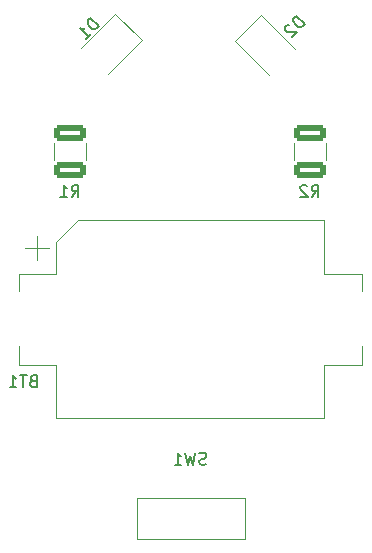
<source format=gbo>
G04 #@! TF.GenerationSoftware,KiCad,Pcbnew,(6.0.10)*
G04 #@! TF.CreationDate,2023-02-02T22:15:44+01:00*
G04 #@! TF.ProjectId,Eule,45756c65-2e6b-4696-9361-645f70636258,rev?*
G04 #@! TF.SameCoordinates,Original*
G04 #@! TF.FileFunction,Legend,Bot*
G04 #@! TF.FilePolarity,Positive*
%FSLAX46Y46*%
G04 Gerber Fmt 4.6, Leading zero omitted, Abs format (unit mm)*
G04 Created by KiCad (PCBNEW (6.0.10)) date 2023-02-02 22:15:44*
%MOMM*%
%LPD*%
G01*
G04 APERTURE LIST*
G04 Aperture macros list*
%AMRoundRect*
0 Rectangle with rounded corners*
0 $1 Rounding radius*
0 $2 $3 $4 $5 $6 $7 $8 $9 X,Y pos of 4 corners*
0 Add a 4 corners polygon primitive as box body*
4,1,4,$2,$3,$4,$5,$6,$7,$8,$9,$2,$3,0*
0 Add four circle primitives for the rounded corners*
1,1,$1+$1,$2,$3*
1,1,$1+$1,$4,$5*
1,1,$1+$1,$6,$7*
1,1,$1+$1,$8,$9*
0 Add four rect primitives between the rounded corners*
20,1,$1+$1,$2,$3,$4,$5,0*
20,1,$1+$1,$4,$5,$6,$7,0*
20,1,$1+$1,$6,$7,$8,$9,0*
20,1,$1+$1,$8,$9,$2,$3,0*%
G04 Aperture macros list end*
%ADD10C,0.150000*%
%ADD11C,0.120000*%
%ADD12C,5.075000*%
%ADD13R,1.200000X1.700000*%
%ADD14R,3.600000X4.600000*%
%ADD15RoundRect,0.250000X1.075000X-0.400000X1.075000X0.400000X-1.075000X0.400000X-1.075000X-0.400000X0*%
%ADD16RoundRect,0.250001X-0.433103X1.087175X-1.087175X0.433103X0.433103X-1.087175X1.087175X-0.433103X0*%
%ADD17RoundRect,0.250001X-1.087175X-0.433103X-0.433103X-1.087175X1.087175X0.433103X0.433103X1.087175X0*%
G04 APERTURE END LIST*
D10*
X57273333Y-83404761D02*
X57130476Y-83452380D01*
X56892380Y-83452380D01*
X56797142Y-83404761D01*
X56749523Y-83357142D01*
X56701904Y-83261904D01*
X56701904Y-83166666D01*
X56749523Y-83071428D01*
X56797142Y-83023809D01*
X56892380Y-82976190D01*
X57082857Y-82928571D01*
X57178095Y-82880952D01*
X57225714Y-82833333D01*
X57273333Y-82738095D01*
X57273333Y-82642857D01*
X57225714Y-82547619D01*
X57178095Y-82500000D01*
X57082857Y-82452380D01*
X56844761Y-82452380D01*
X56701904Y-82500000D01*
X56368571Y-82452380D02*
X56130476Y-83452380D01*
X55940000Y-82738095D01*
X55749523Y-83452380D01*
X55511428Y-82452380D01*
X54606666Y-83452380D02*
X55178095Y-83452380D01*
X54892380Y-83452380D02*
X54892380Y-82452380D01*
X54987619Y-82595238D01*
X55082857Y-82690476D01*
X55178095Y-82738095D01*
X42600714Y-76348571D02*
X42457857Y-76396190D01*
X42410238Y-76443809D01*
X42362619Y-76539047D01*
X42362619Y-76681904D01*
X42410238Y-76777142D01*
X42457857Y-76824761D01*
X42553095Y-76872380D01*
X42934047Y-76872380D01*
X42934047Y-75872380D01*
X42600714Y-75872380D01*
X42505476Y-75920000D01*
X42457857Y-75967619D01*
X42410238Y-76062857D01*
X42410238Y-76158095D01*
X42457857Y-76253333D01*
X42505476Y-76300952D01*
X42600714Y-76348571D01*
X42934047Y-76348571D01*
X42076904Y-75872380D02*
X41505476Y-75872380D01*
X41791190Y-76872380D02*
X41791190Y-75872380D01*
X40648333Y-76872380D02*
X41219761Y-76872380D01*
X40934047Y-76872380D02*
X40934047Y-75872380D01*
X41029285Y-76015238D01*
X41124523Y-76110476D01*
X41219761Y-76158095D01*
X66206666Y-60777380D02*
X66540000Y-60301190D01*
X66778095Y-60777380D02*
X66778095Y-59777380D01*
X66397142Y-59777380D01*
X66301904Y-59825000D01*
X66254285Y-59872619D01*
X66206666Y-59967857D01*
X66206666Y-60110714D01*
X66254285Y-60205952D01*
X66301904Y-60253571D01*
X66397142Y-60301190D01*
X66778095Y-60301190D01*
X65825714Y-59872619D02*
X65778095Y-59825000D01*
X65682857Y-59777380D01*
X65444761Y-59777380D01*
X65349523Y-59825000D01*
X65301904Y-59872619D01*
X65254285Y-59967857D01*
X65254285Y-60063095D01*
X65301904Y-60205952D01*
X65873333Y-60777380D01*
X65254285Y-60777380D01*
X48187769Y-46317587D02*
X47480663Y-45610480D01*
X47312304Y-45778839D01*
X47244960Y-45913526D01*
X47244960Y-46048213D01*
X47278632Y-46149228D01*
X47379647Y-46317587D01*
X47480663Y-46418602D01*
X47649021Y-46519618D01*
X47750037Y-46553289D01*
X47884724Y-46553289D01*
X48019411Y-46485946D01*
X48187769Y-46317587D01*
X47110273Y-47395083D02*
X47514334Y-46991022D01*
X47312304Y-47193053D02*
X46605197Y-46485946D01*
X46773556Y-46519618D01*
X46908243Y-46519618D01*
X47009258Y-46485946D01*
X65611793Y-46152969D02*
X64904687Y-45445862D01*
X64736328Y-45614221D01*
X64668984Y-45748908D01*
X64668984Y-45883595D01*
X64702656Y-45984610D01*
X64803671Y-46152969D01*
X64904687Y-46253984D01*
X65073045Y-46355000D01*
X65174061Y-46388671D01*
X65308748Y-46388671D01*
X65443435Y-46321328D01*
X65611793Y-46152969D01*
X64298595Y-46186641D02*
X64231251Y-46186641D01*
X64130236Y-46220312D01*
X63961877Y-46388671D01*
X63928206Y-46489687D01*
X63928206Y-46557030D01*
X63961877Y-46658045D01*
X64029221Y-46725389D01*
X64163908Y-46792732D01*
X64972030Y-46792732D01*
X64534297Y-47230465D01*
X45886666Y-60777380D02*
X46220000Y-60301190D01*
X46458095Y-60777380D02*
X46458095Y-59777380D01*
X46077142Y-59777380D01*
X45981904Y-59825000D01*
X45934285Y-59872619D01*
X45886666Y-59967857D01*
X45886666Y-60110714D01*
X45934285Y-60205952D01*
X45981904Y-60253571D01*
X46077142Y-60301190D01*
X46458095Y-60301190D01*
X44934285Y-60777380D02*
X45505714Y-60777380D01*
X45220000Y-60777380D02*
X45220000Y-59777380D01*
X45315238Y-59920238D01*
X45410476Y-60015476D01*
X45505714Y-60063095D01*
D11*
X60600000Y-86250000D02*
X51400000Y-86250000D01*
X51400000Y-86250000D02*
X51400000Y-89750000D01*
X51400000Y-89750000D02*
X60600000Y-89750000D01*
X60600000Y-89750000D02*
X60600000Y-86250000D01*
X41390000Y-67270000D02*
X41390000Y-68820000D01*
X67290000Y-67270000D02*
X70490000Y-67270000D01*
X44590000Y-74970000D02*
X41390000Y-74970000D01*
X44590000Y-79470000D02*
X44590000Y-74970000D01*
X43940000Y-65120000D02*
X41940000Y-65120000D01*
X67290000Y-79470000D02*
X67290000Y-74970000D01*
X42940000Y-66120000D02*
X42940000Y-64120000D01*
X44590000Y-64570000D02*
X44590000Y-67270000D01*
X67290000Y-62770000D02*
X67290000Y-67270000D01*
X70490000Y-67270000D02*
X70490000Y-68820000D01*
X67290000Y-74970000D02*
X70490000Y-74970000D01*
X41390000Y-74970000D02*
X41390000Y-73420000D01*
X44590000Y-79470000D02*
X67290000Y-79470000D01*
X44590000Y-67270000D02*
X41390000Y-67270000D01*
X70490000Y-74970000D02*
X70490000Y-73420000D01*
X46390000Y-62770000D02*
X44590000Y-64570000D01*
X67290000Y-62770000D02*
X46390000Y-62770000D01*
X67395000Y-57643737D02*
X67395000Y-56196263D01*
X64685000Y-57643737D02*
X64685000Y-56196263D01*
X46706044Y-48142428D02*
X49576897Y-45271574D01*
X49576897Y-45271574D02*
X51818426Y-47513103D01*
X51818426Y-47513103D02*
X48947572Y-50383956D01*
X59686950Y-47618479D02*
X61928479Y-45376950D01*
X61928479Y-45376950D02*
X64799332Y-48247804D01*
X62557804Y-50489332D02*
X59686950Y-47618479D01*
X44365000Y-57643737D02*
X44365000Y-56196263D01*
X47075000Y-57643737D02*
X47075000Y-56196263D01*
%LPC*%
D10*
X70447039Y-84910251D02*
X71118165Y-85362931D01*
X71170492Y-85455665D01*
X71183342Y-85521771D01*
X71169564Y-85627356D01*
X71063051Y-85785268D01*
X70970316Y-85837595D01*
X70904210Y-85850445D01*
X70798626Y-85836667D01*
X70127500Y-85383987D01*
X70137564Y-85965164D02*
X70690255Y-86337959D01*
X70216520Y-86018420D02*
X70150413Y-86031270D01*
X70057679Y-86083598D01*
X69977794Y-86202032D01*
X69964016Y-86307616D01*
X70016343Y-86400351D01*
X70450601Y-86693261D01*
X69944665Y-87443343D02*
X69510407Y-87150432D01*
X69458079Y-87057698D01*
X69471858Y-86952113D01*
X69578371Y-86794202D01*
X69671105Y-86741874D01*
X69905187Y-87416714D02*
X69997921Y-87364387D01*
X70131062Y-87166997D01*
X70144841Y-87061413D01*
X70092513Y-86968678D01*
X70013557Y-86915422D01*
X69907973Y-86901643D01*
X69815239Y-86953971D01*
X69682097Y-87151361D01*
X69589363Y-87203689D01*
X68886037Y-87820629D02*
X69438728Y-88193424D01*
X69125691Y-87465327D02*
X69559949Y-87758238D01*
X69612276Y-87850972D01*
X69598498Y-87956556D01*
X69518613Y-88074990D01*
X69425879Y-88127318D01*
X69359772Y-88140168D01*
X69159596Y-88522098D02*
X69145818Y-88627682D01*
X69039305Y-88785594D01*
X68946570Y-88837922D01*
X68840986Y-88824143D01*
X68801508Y-88797515D01*
X68749181Y-88704781D01*
X68762959Y-88599196D01*
X68842844Y-88480762D01*
X68856622Y-88375178D01*
X68804295Y-88282444D01*
X68764817Y-88255816D01*
X68659232Y-88242037D01*
X68566498Y-88294365D01*
X68486613Y-88412799D01*
X68472835Y-88518383D01*
X68706916Y-89193224D02*
X68693138Y-89298808D01*
X68586625Y-89456720D01*
X68493890Y-89509047D01*
X68388306Y-89495269D01*
X68348828Y-89468641D01*
X68296501Y-89375906D01*
X68310279Y-89270322D01*
X68390164Y-89151888D01*
X68403942Y-89046304D01*
X68351615Y-88953569D01*
X68312137Y-88926941D01*
X68206552Y-88913163D01*
X68113818Y-88965490D01*
X68033933Y-89083924D01*
X68020155Y-89189509D01*
X67794279Y-89439226D02*
X67581253Y-89755050D01*
X67438049Y-89371262D02*
X68148652Y-89850571D01*
X68200980Y-89943305D01*
X68187201Y-90048889D01*
X68133945Y-90127845D01*
X67695043Y-90693387D02*
X67787778Y-90641059D01*
X67894291Y-90483147D01*
X67908069Y-90377563D01*
X67855742Y-90284828D01*
X67539918Y-90071803D01*
X67434334Y-90058024D01*
X67341599Y-90110352D01*
X67235086Y-90268264D01*
X67221308Y-90373848D01*
X67273635Y-90466582D01*
X67352591Y-90519839D01*
X67697830Y-90178316D01*
X67468239Y-91114795D02*
X66639202Y-90555602D01*
X67228585Y-91470097D02*
X66794327Y-91177186D01*
X66742000Y-91084452D01*
X66755778Y-90978867D01*
X66835663Y-90860433D01*
X66928397Y-90808106D01*
X66994503Y-90795256D01*
X66882418Y-91983310D02*
X66896196Y-91877726D01*
X66843869Y-91784992D01*
X66133265Y-91305683D01*
X66669392Y-92299134D02*
X66116700Y-91926339D01*
X65840355Y-91739941D02*
X65906461Y-91727092D01*
X65919311Y-91793198D01*
X65853204Y-91806047D01*
X65840355Y-91739941D01*
X65919311Y-91793198D01*
X66123978Y-93022588D02*
X66216712Y-92970260D01*
X66323225Y-92812348D01*
X66337004Y-92706764D01*
X66324154Y-92640658D01*
X66271826Y-92547923D01*
X66034958Y-92388154D01*
X65929374Y-92374375D01*
X65863268Y-92387225D01*
X65770533Y-92439553D01*
X65664020Y-92597465D01*
X65650242Y-92703049D01*
X65923802Y-93404518D02*
X65094764Y-92845325D01*
X65684147Y-93759819D02*
X65249890Y-93466909D01*
X65197562Y-93374174D01*
X65211340Y-93268590D01*
X65291225Y-93150156D01*
X65383960Y-93097829D01*
X65450066Y-93084979D01*
X64557556Y-94493336D02*
X64371158Y-94769682D01*
X64725531Y-95181027D02*
X64991813Y-94786247D01*
X64162776Y-94227054D01*
X63896494Y-94621834D01*
X63693531Y-95518835D02*
X64246223Y-95891630D01*
X63933185Y-95163533D02*
X64367443Y-95456444D01*
X64419771Y-95549178D01*
X64405992Y-95654762D01*
X64326108Y-95773196D01*
X64233373Y-95825524D01*
X64167267Y-95838374D01*
X63900056Y-96404844D02*
X63913834Y-96299260D01*
X63861507Y-96206525D01*
X63150903Y-95727217D01*
X63434526Y-97009864D02*
X63527261Y-96957536D01*
X63633774Y-96799624D01*
X63647552Y-96694040D01*
X63595224Y-96601305D01*
X63279400Y-96388279D01*
X63173816Y-96374501D01*
X63081082Y-96426829D01*
X62974569Y-96584741D01*
X62960790Y-96690325D01*
X63013118Y-96783059D01*
X63092074Y-96836316D01*
X63437312Y-96494792D01*
X47803217Y-94917919D02*
X47696704Y-94760007D01*
X47603970Y-94707679D01*
X47471757Y-94681980D01*
X47287217Y-94749014D01*
X47010871Y-94935412D01*
X46879588Y-95081403D01*
X46853888Y-95213615D01*
X46867667Y-95319200D01*
X46974180Y-95477112D01*
X47066914Y-95529439D01*
X47199127Y-95555139D01*
X47383667Y-95488104D01*
X47660013Y-95301706D01*
X47791296Y-95155715D01*
X47816996Y-95023503D01*
X47803217Y-94917919D01*
X46494871Y-94766508D02*
X47323909Y-94207315D01*
X47008085Y-94420341D02*
X46994307Y-94314757D01*
X46887794Y-94156845D01*
X46795059Y-94104517D01*
X46728953Y-94091667D01*
X46623369Y-94105446D01*
X46386501Y-94265215D01*
X46334173Y-94357950D01*
X46321324Y-94424056D01*
X46335102Y-94529640D01*
X46441615Y-94687552D01*
X46534349Y-94739880D01*
X46541627Y-93643631D02*
X45988935Y-94016426D01*
X46462671Y-93696887D02*
X46475521Y-93630781D01*
X46461742Y-93525197D01*
X46381857Y-93406763D01*
X46289123Y-93354435D01*
X46183539Y-93368214D01*
X45749281Y-93661124D01*
X45403114Y-93147911D02*
X45495848Y-93200238D01*
X45561955Y-93213088D01*
X45667539Y-93199310D01*
X45904407Y-93039540D01*
X45956734Y-92946806D01*
X45969584Y-92880700D01*
X45955806Y-92775115D01*
X45875921Y-92656682D01*
X45783186Y-92604354D01*
X45717080Y-92591504D01*
X45611496Y-92605283D01*
X45374628Y-92765052D01*
X45322300Y-92857786D01*
X45309451Y-92923893D01*
X45323229Y-93029477D01*
X45403114Y-93147911D01*
X45030319Y-92595219D02*
X45290100Y-91788166D01*
X45583010Y-92222424D02*
X44737408Y-92160961D01*
X44524382Y-91845137D02*
X45077074Y-91472342D01*
X45353420Y-91285945D02*
X45340570Y-91352051D01*
X45274464Y-91339201D01*
X45287314Y-91273095D01*
X45353420Y-91285945D01*
X45274464Y-91339201D01*
X44178215Y-91331924D02*
X44270950Y-91384251D01*
X44337056Y-91397101D01*
X44442640Y-91383323D01*
X44679508Y-91223553D01*
X44731836Y-91130819D01*
X44744685Y-91064713D01*
X44730907Y-90959128D01*
X44651022Y-90840694D01*
X44558288Y-90788367D01*
X44492182Y-90775517D01*
X44386597Y-90789295D01*
X44149729Y-90949065D01*
X44097402Y-91041799D01*
X44084552Y-91107906D01*
X44098330Y-91213490D01*
X44178215Y-91331924D01*
X44065201Y-89972179D02*
X43512509Y-90344974D01*
X44304855Y-90327481D02*
X43870597Y-90620391D01*
X43765013Y-90634170D01*
X43672279Y-90581842D01*
X43592394Y-90463408D01*
X43578616Y-90357824D01*
X43591465Y-90291718D01*
X43312333Y-89963044D02*
X43219599Y-89910716D01*
X43113086Y-89752804D01*
X43099307Y-89647220D01*
X43151635Y-89554486D01*
X43191113Y-89527858D01*
X43296697Y-89514079D01*
X43389432Y-89566407D01*
X43469316Y-89684841D01*
X43562051Y-89737169D01*
X43667635Y-89723390D01*
X43707113Y-89696762D01*
X43759441Y-89604027D01*
X43745662Y-89498443D01*
X43665778Y-89380009D01*
X43573043Y-89327681D01*
X43090020Y-87930316D02*
X42983507Y-87772404D01*
X42890773Y-87720077D01*
X42758560Y-87694377D01*
X42574020Y-87761412D01*
X42297674Y-87947810D01*
X42166390Y-88093801D01*
X42140691Y-88226013D01*
X42154469Y-88331597D01*
X42260982Y-88489509D01*
X42353717Y-88541837D01*
X42485929Y-88567536D01*
X42670469Y-88500501D01*
X42946815Y-88314104D01*
X43078099Y-88168113D01*
X43103798Y-88035900D01*
X43090020Y-87930316D01*
X42387622Y-87485066D02*
X41728418Y-87699950D01*
X42016685Y-87275755D01*
X41515392Y-87384126D01*
X41961571Y-86853419D01*
X41115968Y-86791956D02*
X41208703Y-86844284D01*
X41314287Y-86830505D01*
X42024891Y-86351197D01*
G36*
X50546000Y-48514000D02*
G01*
X49276000Y-49784000D01*
X47371000Y-47752000D01*
X48641000Y-46482000D01*
X50546000Y-48514000D01*
G37*
X50546000Y-48514000D02*
X49276000Y-49784000D01*
X47371000Y-47752000D01*
X48641000Y-46482000D01*
X50546000Y-48514000D01*
D12*
X49307500Y-39450000D02*
G75*
G03*
X49307500Y-39450000I-2537500J0D01*
G01*
D10*
X46770000Y-34450000D02*
X64770000Y-34450000D01*
X64770000Y-34450000D02*
X64770000Y-44450000D01*
X64770000Y-44450000D02*
X46770000Y-44450000D01*
X46770000Y-44450000D02*
X46770000Y-34450000D01*
G36*
X46770000Y-34450000D02*
G01*
X64770000Y-34450000D01*
X64770000Y-44450000D01*
X46770000Y-44450000D01*
X46770000Y-34450000D01*
G37*
D12*
X67307500Y-39450000D02*
G75*
G03*
X67307500Y-39450000I-2537500J0D01*
G01*
D10*
G36*
X64135000Y-47879000D02*
G01*
X62230000Y-49784000D01*
X60960000Y-48514000D01*
X62865000Y-46609000D01*
X64135000Y-47879000D01*
G37*
X64135000Y-47879000D02*
X62230000Y-49784000D01*
X60960000Y-48514000D01*
X62865000Y-46609000D01*
X64135000Y-47879000D01*
X49666666Y-87452380D02*
X49476190Y-87452380D01*
X49380952Y-87500000D01*
X49285714Y-87595238D01*
X49238095Y-87785714D01*
X49238095Y-88119047D01*
X49285714Y-88309523D01*
X49380952Y-88404761D01*
X49476190Y-88452380D01*
X49666666Y-88452380D01*
X49761904Y-88404761D01*
X49857142Y-88309523D01*
X49904761Y-88119047D01*
X49904761Y-87785714D01*
X49857142Y-87595238D01*
X49761904Y-87500000D01*
X49666666Y-87452380D01*
X48952380Y-87785714D02*
X48571428Y-87785714D01*
X48809523Y-88452380D02*
X48809523Y-87595238D01*
X48761904Y-87500000D01*
X48666666Y-87452380D01*
X48571428Y-87452380D01*
X48380952Y-87785714D02*
X48000000Y-87785714D01*
X48238095Y-88452380D02*
X48238095Y-87595238D01*
X48190476Y-87500000D01*
X48095238Y-87452380D01*
X48000000Y-87452380D01*
X63547619Y-87452380D02*
X63357142Y-87452380D01*
X63261904Y-87500000D01*
X63166666Y-87595238D01*
X63119047Y-87785714D01*
X63119047Y-88119047D01*
X63166666Y-88309523D01*
X63261904Y-88404761D01*
X63357142Y-88452380D01*
X63547619Y-88452380D01*
X63642857Y-88404761D01*
X63738095Y-88309523D01*
X63785714Y-88119047D01*
X63785714Y-87785714D01*
X63738095Y-87595238D01*
X63642857Y-87500000D01*
X63547619Y-87452380D01*
X62690476Y-87785714D02*
X62690476Y-88452380D01*
X62690476Y-87880952D02*
X62642857Y-87833333D01*
X62547619Y-87785714D01*
X62404761Y-87785714D01*
X62309523Y-87833333D01*
X62261904Y-87928571D01*
X62261904Y-88452380D01*
D13*
X58500000Y-85050000D03*
X56000000Y-85050000D03*
X53500000Y-85050000D03*
X58500000Y-90950000D03*
X56000000Y-90950000D03*
X53500000Y-90950000D03*
D14*
X41290000Y-71120000D03*
X70590000Y-71120000D03*
D15*
X66040000Y-58470000D03*
X66040000Y-55370000D03*
D16*
X50010000Y-47080000D03*
X47906358Y-49183642D03*
D17*
X61495376Y-47185376D03*
X63599018Y-49289018D03*
D15*
X45720000Y-58470000D03*
X45720000Y-55370000D03*
M02*

</source>
